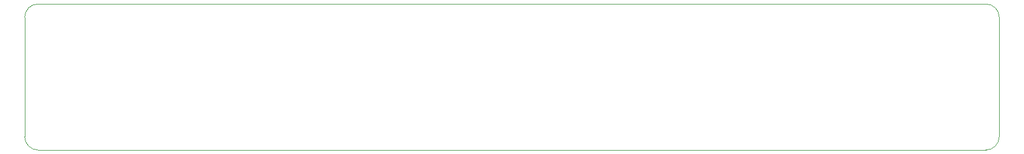
<source format=gm1>
%TF.GenerationSoftware,KiCad,Pcbnew,6.0.4-6f826c9f35~116~ubuntu20.04.1*%
%TF.CreationDate,2022-04-30T10:36:36-06:00*%
%TF.ProjectId,pot-holder,706f742d-686f-46c6-9465-722e6b696361,rev?*%
%TF.SameCoordinates,Original*%
%TF.FileFunction,Profile,NP*%
%FSLAX46Y46*%
G04 Gerber Fmt 4.6, Leading zero omitted, Abs format (unit mm)*
G04 Created by KiCad (PCBNEW 6.0.4-6f826c9f35~116~ubuntu20.04.1) date 2022-04-30 10:36:36*
%MOMM*%
%LPD*%
G01*
G04 APERTURE LIST*
%TA.AperFunction,Profile*%
%ADD10C,0.100000*%
%TD*%
G04 APERTURE END LIST*
D10*
X203000000Y-55000000D02*
G75*
G03*
X201000000Y-53000000I-2000000J0D01*
G01*
X201000000Y-75000000D02*
G75*
G03*
X203000000Y-73000000I0J2000000D01*
G01*
X57000000Y-73000000D02*
G75*
G03*
X59000000Y-75000000I2000000J0D01*
G01*
X59000000Y-53000000D02*
G75*
G03*
X57000000Y-55000000I0J-2000000D01*
G01*
X57000000Y-73000000D02*
X57000000Y-55000000D01*
X201000000Y-75000000D02*
X59000000Y-75000000D01*
X203000000Y-55000000D02*
X203000000Y-73000000D01*
X59000000Y-53000000D02*
X201000000Y-53000000D01*
M02*

</source>
